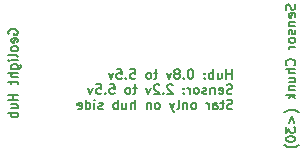
<source format=gbo>
G04 #@! TF.FileFunction,Legend,Bot*
%FSLAX46Y46*%
G04 Gerber Fmt 4.6, Leading zero omitted, Abs format (unit mm)*
G04 Created by KiCad (PCBNEW 4.0.2-stable) date Monday, April 10, 2017 'pmt' 04:49:55 pm*
%MOMM*%
G01*
G04 APERTURE LIST*
%ADD10C,0.100000*%
%ADD11C,0.152400*%
%ADD12R,1.700000X1.700000*%
%ADD13C,1.700000*%
%ADD14R,2.432000X2.127200*%
%ADD15O,2.432000X2.127200*%
%ADD16C,1.924000*%
G04 APERTURE END LIST*
D10*
D11*
X155892524Y-105642505D02*
X155892524Y-104842505D01*
X155892524Y-105223457D02*
X155435381Y-105223457D01*
X155435381Y-105642505D02*
X155435381Y-104842505D01*
X154711572Y-105109171D02*
X154711572Y-105642505D01*
X155054429Y-105109171D02*
X155054429Y-105528219D01*
X155016334Y-105604410D01*
X154940143Y-105642505D01*
X154825857Y-105642505D01*
X154749667Y-105604410D01*
X154711572Y-105566314D01*
X154330619Y-105642505D02*
X154330619Y-104842505D01*
X154330619Y-105147267D02*
X154254428Y-105109171D01*
X154102047Y-105109171D01*
X154025857Y-105147267D01*
X153987762Y-105185362D01*
X153949666Y-105261552D01*
X153949666Y-105490124D01*
X153987762Y-105566314D01*
X154025857Y-105604410D01*
X154102047Y-105642505D01*
X154254428Y-105642505D01*
X154330619Y-105604410D01*
X153606809Y-105566314D02*
X153568714Y-105604410D01*
X153606809Y-105642505D01*
X153644904Y-105604410D01*
X153606809Y-105566314D01*
X153606809Y-105642505D01*
X153606809Y-105147267D02*
X153568714Y-105185362D01*
X153606809Y-105223457D01*
X153644904Y-105185362D01*
X153606809Y-105147267D01*
X153606809Y-105223457D01*
X152463952Y-104842505D02*
X152387761Y-104842505D01*
X152311571Y-104880600D01*
X152273476Y-104918695D01*
X152235380Y-104994886D01*
X152197285Y-105147267D01*
X152197285Y-105337743D01*
X152235380Y-105490124D01*
X152273476Y-105566314D01*
X152311571Y-105604410D01*
X152387761Y-105642505D01*
X152463952Y-105642505D01*
X152540142Y-105604410D01*
X152578238Y-105566314D01*
X152616333Y-105490124D01*
X152654428Y-105337743D01*
X152654428Y-105147267D01*
X152616333Y-104994886D01*
X152578238Y-104918695D01*
X152540142Y-104880600D01*
X152463952Y-104842505D01*
X151854428Y-105566314D02*
X151816333Y-105604410D01*
X151854428Y-105642505D01*
X151892523Y-105604410D01*
X151854428Y-105566314D01*
X151854428Y-105642505D01*
X151359190Y-105185362D02*
X151435381Y-105147267D01*
X151473476Y-105109171D01*
X151511571Y-105032981D01*
X151511571Y-104994886D01*
X151473476Y-104918695D01*
X151435381Y-104880600D01*
X151359190Y-104842505D01*
X151206809Y-104842505D01*
X151130619Y-104880600D01*
X151092523Y-104918695D01*
X151054428Y-104994886D01*
X151054428Y-105032981D01*
X151092523Y-105109171D01*
X151130619Y-105147267D01*
X151206809Y-105185362D01*
X151359190Y-105185362D01*
X151435381Y-105223457D01*
X151473476Y-105261552D01*
X151511571Y-105337743D01*
X151511571Y-105490124D01*
X151473476Y-105566314D01*
X151435381Y-105604410D01*
X151359190Y-105642505D01*
X151206809Y-105642505D01*
X151130619Y-105604410D01*
X151092523Y-105566314D01*
X151054428Y-105490124D01*
X151054428Y-105337743D01*
X151092523Y-105261552D01*
X151130619Y-105223457D01*
X151206809Y-105185362D01*
X150787761Y-105109171D02*
X150597285Y-105642505D01*
X150406809Y-105109171D01*
X149606809Y-105109171D02*
X149302047Y-105109171D01*
X149492523Y-104842505D02*
X149492523Y-105528219D01*
X149454428Y-105604410D01*
X149378237Y-105642505D01*
X149302047Y-105642505D01*
X148921094Y-105642505D02*
X148997285Y-105604410D01*
X149035380Y-105566314D01*
X149073475Y-105490124D01*
X149073475Y-105261552D01*
X149035380Y-105185362D01*
X148997285Y-105147267D01*
X148921094Y-105109171D01*
X148806808Y-105109171D01*
X148730618Y-105147267D01*
X148692523Y-105185362D01*
X148654427Y-105261552D01*
X148654427Y-105490124D01*
X148692523Y-105566314D01*
X148730618Y-105604410D01*
X148806808Y-105642505D01*
X148921094Y-105642505D01*
X147321093Y-104842505D02*
X147702046Y-104842505D01*
X147740141Y-105223457D01*
X147702046Y-105185362D01*
X147625855Y-105147267D01*
X147435379Y-105147267D01*
X147359189Y-105185362D01*
X147321093Y-105223457D01*
X147282998Y-105299648D01*
X147282998Y-105490124D01*
X147321093Y-105566314D01*
X147359189Y-105604410D01*
X147435379Y-105642505D01*
X147625855Y-105642505D01*
X147702046Y-105604410D01*
X147740141Y-105566314D01*
X146940141Y-105566314D02*
X146902046Y-105604410D01*
X146940141Y-105642505D01*
X146978236Y-105604410D01*
X146940141Y-105566314D01*
X146940141Y-105642505D01*
X146178236Y-104842505D02*
X146559189Y-104842505D01*
X146597284Y-105223457D01*
X146559189Y-105185362D01*
X146482998Y-105147267D01*
X146292522Y-105147267D01*
X146216332Y-105185362D01*
X146178236Y-105223457D01*
X146140141Y-105299648D01*
X146140141Y-105490124D01*
X146178236Y-105566314D01*
X146216332Y-105604410D01*
X146292522Y-105642505D01*
X146482998Y-105642505D01*
X146559189Y-105604410D01*
X146597284Y-105566314D01*
X145873474Y-105109171D02*
X145682998Y-105642505D01*
X145492522Y-105109171D01*
X155930619Y-106876810D02*
X155816333Y-106914905D01*
X155625857Y-106914905D01*
X155549667Y-106876810D01*
X155511571Y-106838714D01*
X155473476Y-106762524D01*
X155473476Y-106686333D01*
X155511571Y-106610143D01*
X155549667Y-106572048D01*
X155625857Y-106533952D01*
X155778238Y-106495857D01*
X155854429Y-106457762D01*
X155892524Y-106419667D01*
X155930619Y-106343476D01*
X155930619Y-106267286D01*
X155892524Y-106191095D01*
X155854429Y-106153000D01*
X155778238Y-106114905D01*
X155587762Y-106114905D01*
X155473476Y-106153000D01*
X154825857Y-106876810D02*
X154902047Y-106914905D01*
X155054428Y-106914905D01*
X155130619Y-106876810D01*
X155168714Y-106800619D01*
X155168714Y-106495857D01*
X155130619Y-106419667D01*
X155054428Y-106381571D01*
X154902047Y-106381571D01*
X154825857Y-106419667D01*
X154787762Y-106495857D01*
X154787762Y-106572048D01*
X155168714Y-106648238D01*
X154444905Y-106381571D02*
X154444905Y-106914905D01*
X154444905Y-106457762D02*
X154406810Y-106419667D01*
X154330619Y-106381571D01*
X154216333Y-106381571D01*
X154140143Y-106419667D01*
X154102048Y-106495857D01*
X154102048Y-106914905D01*
X153759190Y-106876810D02*
X153683000Y-106914905D01*
X153530619Y-106914905D01*
X153454428Y-106876810D01*
X153416333Y-106800619D01*
X153416333Y-106762524D01*
X153454428Y-106686333D01*
X153530619Y-106648238D01*
X153644904Y-106648238D01*
X153721095Y-106610143D01*
X153759190Y-106533952D01*
X153759190Y-106495857D01*
X153721095Y-106419667D01*
X153644904Y-106381571D01*
X153530619Y-106381571D01*
X153454428Y-106419667D01*
X152959190Y-106914905D02*
X153035381Y-106876810D01*
X153073476Y-106838714D01*
X153111571Y-106762524D01*
X153111571Y-106533952D01*
X153073476Y-106457762D01*
X153035381Y-106419667D01*
X152959190Y-106381571D01*
X152844904Y-106381571D01*
X152768714Y-106419667D01*
X152730619Y-106457762D01*
X152692523Y-106533952D01*
X152692523Y-106762524D01*
X152730619Y-106838714D01*
X152768714Y-106876810D01*
X152844904Y-106914905D01*
X152959190Y-106914905D01*
X152349666Y-106914905D02*
X152349666Y-106381571D01*
X152349666Y-106533952D02*
X152311571Y-106457762D01*
X152273475Y-106419667D01*
X152197285Y-106381571D01*
X152121094Y-106381571D01*
X151854428Y-106838714D02*
X151816333Y-106876810D01*
X151854428Y-106914905D01*
X151892523Y-106876810D01*
X151854428Y-106838714D01*
X151854428Y-106914905D01*
X151854428Y-106419667D02*
X151816333Y-106457762D01*
X151854428Y-106495857D01*
X151892523Y-106457762D01*
X151854428Y-106419667D01*
X151854428Y-106495857D01*
X150902047Y-106191095D02*
X150863952Y-106153000D01*
X150787761Y-106114905D01*
X150597285Y-106114905D01*
X150521095Y-106153000D01*
X150482999Y-106191095D01*
X150444904Y-106267286D01*
X150444904Y-106343476D01*
X150482999Y-106457762D01*
X150940142Y-106914905D01*
X150444904Y-106914905D01*
X150102047Y-106838714D02*
X150063952Y-106876810D01*
X150102047Y-106914905D01*
X150140142Y-106876810D01*
X150102047Y-106838714D01*
X150102047Y-106914905D01*
X149759190Y-106191095D02*
X149721095Y-106153000D01*
X149644904Y-106114905D01*
X149454428Y-106114905D01*
X149378238Y-106153000D01*
X149340142Y-106191095D01*
X149302047Y-106267286D01*
X149302047Y-106343476D01*
X149340142Y-106457762D01*
X149797285Y-106914905D01*
X149302047Y-106914905D01*
X149035380Y-106381571D02*
X148844904Y-106914905D01*
X148654428Y-106381571D01*
X147854428Y-106381571D02*
X147549666Y-106381571D01*
X147740142Y-106114905D02*
X147740142Y-106800619D01*
X147702047Y-106876810D01*
X147625856Y-106914905D01*
X147549666Y-106914905D01*
X147168713Y-106914905D02*
X147244904Y-106876810D01*
X147282999Y-106838714D01*
X147321094Y-106762524D01*
X147321094Y-106533952D01*
X147282999Y-106457762D01*
X147244904Y-106419667D01*
X147168713Y-106381571D01*
X147054427Y-106381571D01*
X146978237Y-106419667D01*
X146940142Y-106457762D01*
X146902046Y-106533952D01*
X146902046Y-106762524D01*
X146940142Y-106838714D01*
X146978237Y-106876810D01*
X147054427Y-106914905D01*
X147168713Y-106914905D01*
X145568712Y-106114905D02*
X145949665Y-106114905D01*
X145987760Y-106495857D01*
X145949665Y-106457762D01*
X145873474Y-106419667D01*
X145682998Y-106419667D01*
X145606808Y-106457762D01*
X145568712Y-106495857D01*
X145530617Y-106572048D01*
X145530617Y-106762524D01*
X145568712Y-106838714D01*
X145606808Y-106876810D01*
X145682998Y-106914905D01*
X145873474Y-106914905D01*
X145949665Y-106876810D01*
X145987760Y-106838714D01*
X145187760Y-106838714D02*
X145149665Y-106876810D01*
X145187760Y-106914905D01*
X145225855Y-106876810D01*
X145187760Y-106838714D01*
X145187760Y-106914905D01*
X144425855Y-106114905D02*
X144806808Y-106114905D01*
X144844903Y-106495857D01*
X144806808Y-106457762D01*
X144730617Y-106419667D01*
X144540141Y-106419667D01*
X144463951Y-106457762D01*
X144425855Y-106495857D01*
X144387760Y-106572048D01*
X144387760Y-106762524D01*
X144425855Y-106838714D01*
X144463951Y-106876810D01*
X144540141Y-106914905D01*
X144730617Y-106914905D01*
X144806808Y-106876810D01*
X144844903Y-106838714D01*
X144121093Y-106381571D02*
X143930617Y-106914905D01*
X143740141Y-106381571D01*
X155930619Y-108149210D02*
X155816333Y-108187305D01*
X155625857Y-108187305D01*
X155549667Y-108149210D01*
X155511571Y-108111114D01*
X155473476Y-108034924D01*
X155473476Y-107958733D01*
X155511571Y-107882543D01*
X155549667Y-107844448D01*
X155625857Y-107806352D01*
X155778238Y-107768257D01*
X155854429Y-107730162D01*
X155892524Y-107692067D01*
X155930619Y-107615876D01*
X155930619Y-107539686D01*
X155892524Y-107463495D01*
X155854429Y-107425400D01*
X155778238Y-107387305D01*
X155587762Y-107387305D01*
X155473476Y-107425400D01*
X155244905Y-107653971D02*
X154940143Y-107653971D01*
X155130619Y-107387305D02*
X155130619Y-108073019D01*
X155092524Y-108149210D01*
X155016333Y-108187305D01*
X154940143Y-108187305D01*
X154330619Y-108187305D02*
X154330619Y-107768257D01*
X154368714Y-107692067D01*
X154444904Y-107653971D01*
X154597285Y-107653971D01*
X154673476Y-107692067D01*
X154330619Y-108149210D02*
X154406809Y-108187305D01*
X154597285Y-108187305D01*
X154673476Y-108149210D01*
X154711571Y-108073019D01*
X154711571Y-107996829D01*
X154673476Y-107920638D01*
X154597285Y-107882543D01*
X154406809Y-107882543D01*
X154330619Y-107844448D01*
X153949666Y-108187305D02*
X153949666Y-107653971D01*
X153949666Y-107806352D02*
X153911571Y-107730162D01*
X153873475Y-107692067D01*
X153797285Y-107653971D01*
X153721094Y-107653971D01*
X152730618Y-108187305D02*
X152806809Y-108149210D01*
X152844904Y-108111114D01*
X152882999Y-108034924D01*
X152882999Y-107806352D01*
X152844904Y-107730162D01*
X152806809Y-107692067D01*
X152730618Y-107653971D01*
X152616332Y-107653971D01*
X152540142Y-107692067D01*
X152502047Y-107730162D01*
X152463951Y-107806352D01*
X152463951Y-108034924D01*
X152502047Y-108111114D01*
X152540142Y-108149210D01*
X152616332Y-108187305D01*
X152730618Y-108187305D01*
X152121094Y-107653971D02*
X152121094Y-108187305D01*
X152121094Y-107730162D02*
X152082999Y-107692067D01*
X152006808Y-107653971D01*
X151892522Y-107653971D01*
X151816332Y-107692067D01*
X151778237Y-107768257D01*
X151778237Y-108187305D01*
X151282998Y-108187305D02*
X151359189Y-108149210D01*
X151397284Y-108073019D01*
X151397284Y-107387305D01*
X151054426Y-107653971D02*
X150863950Y-108187305D01*
X150673474Y-107653971D02*
X150863950Y-108187305D01*
X150940141Y-108377781D01*
X150978236Y-108415876D01*
X151054426Y-108453971D01*
X149644902Y-108187305D02*
X149721093Y-108149210D01*
X149759188Y-108111114D01*
X149797283Y-108034924D01*
X149797283Y-107806352D01*
X149759188Y-107730162D01*
X149721093Y-107692067D01*
X149644902Y-107653971D01*
X149530616Y-107653971D01*
X149454426Y-107692067D01*
X149416331Y-107730162D01*
X149378235Y-107806352D01*
X149378235Y-108034924D01*
X149416331Y-108111114D01*
X149454426Y-108149210D01*
X149530616Y-108187305D01*
X149644902Y-108187305D01*
X149035378Y-107653971D02*
X149035378Y-108187305D01*
X149035378Y-107730162D02*
X148997283Y-107692067D01*
X148921092Y-107653971D01*
X148806806Y-107653971D01*
X148730616Y-107692067D01*
X148692521Y-107768257D01*
X148692521Y-108187305D01*
X147702044Y-108187305D02*
X147702044Y-107387305D01*
X147359187Y-108187305D02*
X147359187Y-107768257D01*
X147397282Y-107692067D01*
X147473472Y-107653971D01*
X147587758Y-107653971D01*
X147663949Y-107692067D01*
X147702044Y-107730162D01*
X146635377Y-107653971D02*
X146635377Y-108187305D01*
X146978234Y-107653971D02*
X146978234Y-108073019D01*
X146940139Y-108149210D01*
X146863948Y-108187305D01*
X146749662Y-108187305D01*
X146673472Y-108149210D01*
X146635377Y-108111114D01*
X146254424Y-108187305D02*
X146254424Y-107387305D01*
X146254424Y-107692067D02*
X146178233Y-107653971D01*
X146025852Y-107653971D01*
X145949662Y-107692067D01*
X145911567Y-107730162D01*
X145873471Y-107806352D01*
X145873471Y-108034924D01*
X145911567Y-108111114D01*
X145949662Y-108149210D01*
X146025852Y-108187305D01*
X146178233Y-108187305D01*
X146254424Y-108149210D01*
X144959185Y-108149210D02*
X144882995Y-108187305D01*
X144730614Y-108187305D01*
X144654423Y-108149210D01*
X144616328Y-108073019D01*
X144616328Y-108034924D01*
X144654423Y-107958733D01*
X144730614Y-107920638D01*
X144844899Y-107920638D01*
X144921090Y-107882543D01*
X144959185Y-107806352D01*
X144959185Y-107768257D01*
X144921090Y-107692067D01*
X144844899Y-107653971D01*
X144730614Y-107653971D01*
X144654423Y-107692067D01*
X144273471Y-108187305D02*
X144273471Y-107653971D01*
X144273471Y-107387305D02*
X144311566Y-107425400D01*
X144273471Y-107463495D01*
X144235376Y-107425400D01*
X144273471Y-107387305D01*
X144273471Y-107463495D01*
X143549662Y-108187305D02*
X143549662Y-107387305D01*
X143549662Y-108149210D02*
X143625852Y-108187305D01*
X143778233Y-108187305D01*
X143854424Y-108149210D01*
X143892519Y-108111114D01*
X143930614Y-108034924D01*
X143930614Y-107806352D01*
X143892519Y-107730162D01*
X143854424Y-107692067D01*
X143778233Y-107653971D01*
X143625852Y-107653971D01*
X143549662Y-107692067D01*
X142863947Y-108149210D02*
X142940137Y-108187305D01*
X143092518Y-108187305D01*
X143168709Y-108149210D01*
X143206804Y-108073019D01*
X143206804Y-107768257D01*
X143168709Y-107692067D01*
X143092518Y-107653971D01*
X142940137Y-107653971D01*
X142863947Y-107692067D01*
X142825852Y-107768257D01*
X142825852Y-107844448D01*
X143206804Y-107920638D01*
X161232810Y-99333809D02*
X161270905Y-99448095D01*
X161270905Y-99638571D01*
X161232810Y-99714761D01*
X161194714Y-99752857D01*
X161118524Y-99790952D01*
X161042333Y-99790952D01*
X160966143Y-99752857D01*
X160928048Y-99714761D01*
X160889952Y-99638571D01*
X160851857Y-99486190D01*
X160813762Y-99409999D01*
X160775667Y-99371904D01*
X160699476Y-99333809D01*
X160623286Y-99333809D01*
X160547095Y-99371904D01*
X160509000Y-99409999D01*
X160470905Y-99486190D01*
X160470905Y-99676666D01*
X160509000Y-99790952D01*
X161232810Y-100438571D02*
X161270905Y-100362381D01*
X161270905Y-100210000D01*
X161232810Y-100133809D01*
X161156619Y-100095714D01*
X160851857Y-100095714D01*
X160775667Y-100133809D01*
X160737571Y-100210000D01*
X160737571Y-100362381D01*
X160775667Y-100438571D01*
X160851857Y-100476666D01*
X160928048Y-100476666D01*
X161004238Y-100095714D01*
X160737571Y-100819523D02*
X161270905Y-100819523D01*
X160813762Y-100819523D02*
X160775667Y-100857618D01*
X160737571Y-100933809D01*
X160737571Y-101048095D01*
X160775667Y-101124285D01*
X160851857Y-101162380D01*
X161270905Y-101162380D01*
X161232810Y-101505238D02*
X161270905Y-101581428D01*
X161270905Y-101733809D01*
X161232810Y-101810000D01*
X161156619Y-101848095D01*
X161118524Y-101848095D01*
X161042333Y-101810000D01*
X161004238Y-101733809D01*
X161004238Y-101619524D01*
X160966143Y-101543333D01*
X160889952Y-101505238D01*
X160851857Y-101505238D01*
X160775667Y-101543333D01*
X160737571Y-101619524D01*
X160737571Y-101733809D01*
X160775667Y-101810000D01*
X161270905Y-102305238D02*
X161232810Y-102229047D01*
X161194714Y-102190952D01*
X161118524Y-102152857D01*
X160889952Y-102152857D01*
X160813762Y-102190952D01*
X160775667Y-102229047D01*
X160737571Y-102305238D01*
X160737571Y-102419524D01*
X160775667Y-102495714D01*
X160813762Y-102533809D01*
X160889952Y-102571905D01*
X161118524Y-102571905D01*
X161194714Y-102533809D01*
X161232810Y-102495714D01*
X161270905Y-102419524D01*
X161270905Y-102305238D01*
X161270905Y-102914762D02*
X160737571Y-102914762D01*
X160889952Y-102914762D02*
X160813762Y-102952857D01*
X160775667Y-102990953D01*
X160737571Y-103067143D01*
X160737571Y-103143334D01*
X161194714Y-104476667D02*
X161232810Y-104438572D01*
X161270905Y-104324286D01*
X161270905Y-104248096D01*
X161232810Y-104133810D01*
X161156619Y-104057619D01*
X161080429Y-104019524D01*
X160928048Y-103981429D01*
X160813762Y-103981429D01*
X160661381Y-104019524D01*
X160585190Y-104057619D01*
X160509000Y-104133810D01*
X160470905Y-104248096D01*
X160470905Y-104324286D01*
X160509000Y-104438572D01*
X160547095Y-104476667D01*
X161270905Y-104819524D02*
X160470905Y-104819524D01*
X161270905Y-105162381D02*
X160851857Y-105162381D01*
X160775667Y-105124286D01*
X160737571Y-105048096D01*
X160737571Y-104933810D01*
X160775667Y-104857619D01*
X160813762Y-104819524D01*
X160737571Y-105886191D02*
X161270905Y-105886191D01*
X160737571Y-105543334D02*
X161156619Y-105543334D01*
X161232810Y-105581429D01*
X161270905Y-105657620D01*
X161270905Y-105771906D01*
X161232810Y-105848096D01*
X161194714Y-105886191D01*
X160737571Y-106267144D02*
X161270905Y-106267144D01*
X160813762Y-106267144D02*
X160775667Y-106305239D01*
X160737571Y-106381430D01*
X160737571Y-106495716D01*
X160775667Y-106571906D01*
X160851857Y-106610001D01*
X161270905Y-106610001D01*
X161270905Y-106990954D02*
X160470905Y-106990954D01*
X160966143Y-107067145D02*
X161270905Y-107295716D01*
X160737571Y-107295716D02*
X161042333Y-106990954D01*
X161575667Y-108476669D02*
X161537571Y-108438573D01*
X161423286Y-108362383D01*
X161347095Y-108324288D01*
X161232810Y-108286192D01*
X161042333Y-108248097D01*
X160889952Y-108248097D01*
X160699476Y-108286192D01*
X160585190Y-108324288D01*
X160509000Y-108362383D01*
X160394714Y-108438573D01*
X160356619Y-108476669D01*
X160737571Y-109390954D02*
X160966143Y-108781430D01*
X161194714Y-109390954D01*
X160470905Y-109695716D02*
X160470905Y-110190954D01*
X160775667Y-109924287D01*
X160775667Y-110038573D01*
X160813762Y-110114763D01*
X160851857Y-110152859D01*
X160928048Y-110190954D01*
X161118524Y-110190954D01*
X161194714Y-110152859D01*
X161232810Y-110114763D01*
X161270905Y-110038573D01*
X161270905Y-109810001D01*
X161232810Y-109733811D01*
X161194714Y-109695716D01*
X160470905Y-110686192D02*
X160470905Y-110762383D01*
X160509000Y-110838573D01*
X160547095Y-110876668D01*
X160623286Y-110914764D01*
X160775667Y-110952859D01*
X160966143Y-110952859D01*
X161118524Y-110914764D01*
X161194714Y-110876668D01*
X161232810Y-110838573D01*
X161270905Y-110762383D01*
X161270905Y-110686192D01*
X161232810Y-110610002D01*
X161194714Y-110571906D01*
X161118524Y-110533811D01*
X160966143Y-110495716D01*
X160775667Y-110495716D01*
X160623286Y-110533811D01*
X160547095Y-110571906D01*
X160509000Y-110610002D01*
X160470905Y-110686192D01*
X161575667Y-111219526D02*
X161537571Y-111257621D01*
X161423286Y-111333811D01*
X161347095Y-111371907D01*
X161232810Y-111410002D01*
X161042333Y-111448097D01*
X160889952Y-111448097D01*
X160699476Y-111410002D01*
X160585190Y-111371907D01*
X160509000Y-111333811D01*
X160394714Y-111257621D01*
X160356619Y-111219526D01*
X137014000Y-101860761D02*
X136975905Y-101784570D01*
X136975905Y-101670285D01*
X137014000Y-101555999D01*
X137090190Y-101479808D01*
X137166381Y-101441713D01*
X137318762Y-101403618D01*
X137433048Y-101403618D01*
X137585429Y-101441713D01*
X137661619Y-101479808D01*
X137737810Y-101555999D01*
X137775905Y-101670285D01*
X137775905Y-101746475D01*
X137737810Y-101860761D01*
X137699714Y-101898856D01*
X137433048Y-101898856D01*
X137433048Y-101746475D01*
X137737810Y-102546475D02*
X137775905Y-102470285D01*
X137775905Y-102317904D01*
X137737810Y-102241713D01*
X137661619Y-102203618D01*
X137356857Y-102203618D01*
X137280667Y-102241713D01*
X137242571Y-102317904D01*
X137242571Y-102470285D01*
X137280667Y-102546475D01*
X137356857Y-102584570D01*
X137433048Y-102584570D01*
X137509238Y-102203618D01*
X137775905Y-103041713D02*
X137737810Y-102965522D01*
X137699714Y-102927427D01*
X137623524Y-102889332D01*
X137394952Y-102889332D01*
X137318762Y-102927427D01*
X137280667Y-102965522D01*
X137242571Y-103041713D01*
X137242571Y-103155999D01*
X137280667Y-103232189D01*
X137318762Y-103270284D01*
X137394952Y-103308380D01*
X137623524Y-103308380D01*
X137699714Y-103270284D01*
X137737810Y-103232189D01*
X137775905Y-103155999D01*
X137775905Y-103041713D01*
X137775905Y-103765523D02*
X137737810Y-103689332D01*
X137661619Y-103651237D01*
X136975905Y-103651237D01*
X137775905Y-104070285D02*
X137242571Y-104070285D01*
X136975905Y-104070285D02*
X137014000Y-104032190D01*
X137052095Y-104070285D01*
X137014000Y-104108380D01*
X136975905Y-104070285D01*
X137052095Y-104070285D01*
X137242571Y-104794094D02*
X137890190Y-104794094D01*
X137966381Y-104755999D01*
X138004476Y-104717904D01*
X138042571Y-104641713D01*
X138042571Y-104527428D01*
X138004476Y-104451237D01*
X137737810Y-104794094D02*
X137775905Y-104717904D01*
X137775905Y-104565523D01*
X137737810Y-104489332D01*
X137699714Y-104451237D01*
X137623524Y-104413142D01*
X137394952Y-104413142D01*
X137318762Y-104451237D01*
X137280667Y-104489332D01*
X137242571Y-104565523D01*
X137242571Y-104717904D01*
X137280667Y-104794094D01*
X137775905Y-105175047D02*
X136975905Y-105175047D01*
X137775905Y-105517904D02*
X137356857Y-105517904D01*
X137280667Y-105479809D01*
X137242571Y-105403619D01*
X137242571Y-105289333D01*
X137280667Y-105213142D01*
X137318762Y-105175047D01*
X137242571Y-105784571D02*
X137242571Y-106089333D01*
X136975905Y-105898857D02*
X137661619Y-105898857D01*
X137737810Y-105936952D01*
X137775905Y-106013143D01*
X137775905Y-106089333D01*
X137775905Y-106965524D02*
X136975905Y-106965524D01*
X137356857Y-106965524D02*
X137356857Y-107422667D01*
X137775905Y-107422667D02*
X136975905Y-107422667D01*
X137242571Y-108146476D02*
X137775905Y-108146476D01*
X137242571Y-107803619D02*
X137661619Y-107803619D01*
X137737810Y-107841714D01*
X137775905Y-107917905D01*
X137775905Y-108032191D01*
X137737810Y-108108381D01*
X137699714Y-108146476D01*
X137775905Y-108527429D02*
X136975905Y-108527429D01*
X137280667Y-108527429D02*
X137242571Y-108603620D01*
X137242571Y-108756001D01*
X137280667Y-108832191D01*
X137318762Y-108870286D01*
X137394952Y-108908382D01*
X137623524Y-108908382D01*
X137699714Y-108870286D01*
X137737810Y-108832191D01*
X137775905Y-108756001D01*
X137775905Y-108603620D01*
X137737810Y-108527429D01*
%LPC*%
D12*
X147320000Y-102957000D03*
D13*
X147320000Y-100457000D03*
D12*
X151130000Y-102830000D03*
D13*
X151130000Y-100330000D03*
D14*
X139700000Y-100330000D03*
D15*
X139700000Y-102870000D03*
X139700000Y-105410000D03*
X139700000Y-107950000D03*
X139700000Y-110490000D03*
D16*
X142240000Y-110490000D03*
X142240000Y-100330000D03*
X144780000Y-110490000D03*
X144780000Y-100330000D03*
X156210000Y-110490000D03*
X156210000Y-100330000D03*
X153670000Y-110490000D03*
X153670000Y-100330000D03*
D14*
X158750000Y-100330000D03*
D15*
X158750000Y-102870000D03*
X158750000Y-105410000D03*
X158750000Y-107950000D03*
X158750000Y-110490000D03*
M02*

</source>
